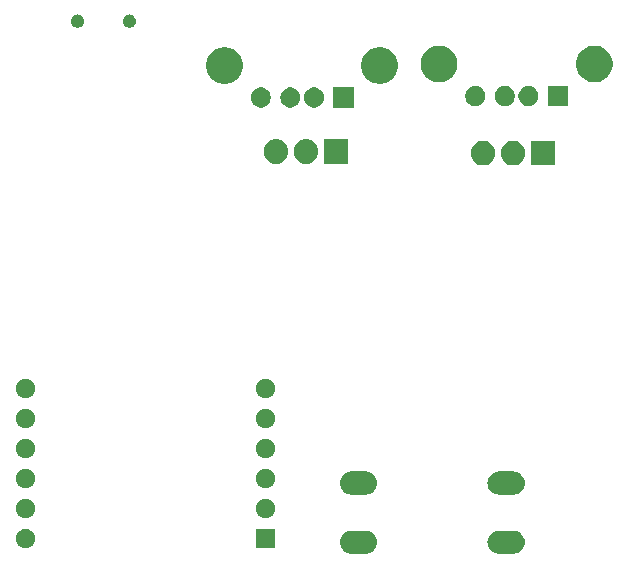
<source format=gbr>
%TF.GenerationSoftware,KiCad,Pcbnew,5.0.2-bee76a0~70~ubuntu18.04.1*%
%TF.CreationDate,2019-09-05T21:10:32+01:00*%
%TF.ProjectId,waterpump_alt,77617465-7270-4756-9d70-5f616c742e6b,rev?*%
%TF.SameCoordinates,Original*%
%TF.FileFunction,Soldermask,Bot*%
%TF.FilePolarity,Negative*%
%FSLAX46Y46*%
G04 Gerber Fmt 4.6, Leading zero omitted, Abs format (unit mm)*
G04 Created by KiCad (PCBNEW 5.0.2-bee76a0~70~ubuntu18.04.1) date Thu 05 Sep 2019 21:10:32 BST*
%MOMM*%
%LPD*%
G01*
G04 APERTURE LIST*
%ADD10C,0.150000*%
G04 APERTURE END LIST*
D10*
G36*
X164293329Y-128371122D02*
X164385318Y-128399027D01*
X164477307Y-128426931D01*
X164567935Y-128475373D01*
X164646860Y-128517559D01*
X164795475Y-128639525D01*
X164917441Y-128788140D01*
X164959627Y-128867065D01*
X165008069Y-128957693D01*
X165063878Y-129141672D01*
X165082722Y-129333000D01*
X165063878Y-129524328D01*
X165008069Y-129708307D01*
X164959627Y-129798935D01*
X164917441Y-129877860D01*
X164795475Y-130026475D01*
X164646860Y-130148441D01*
X164567935Y-130190627D01*
X164477307Y-130239069D01*
X164385318Y-130266973D01*
X164293329Y-130294878D01*
X164221636Y-130301939D01*
X164149945Y-130309000D01*
X162856055Y-130309000D01*
X162784364Y-130301939D01*
X162712671Y-130294878D01*
X162620683Y-130266974D01*
X162528693Y-130239069D01*
X162438065Y-130190627D01*
X162359140Y-130148441D01*
X162210525Y-130026475D01*
X162088559Y-129877860D01*
X162046373Y-129798935D01*
X161997931Y-129708307D01*
X161942122Y-129524328D01*
X161923278Y-129333000D01*
X161942122Y-129141672D01*
X161997931Y-128957693D01*
X162046373Y-128867065D01*
X162088559Y-128788140D01*
X162210525Y-128639525D01*
X162359140Y-128517559D01*
X162438065Y-128475373D01*
X162528693Y-128426931D01*
X162620682Y-128399027D01*
X162712671Y-128371122D01*
X162856055Y-128357000D01*
X164149945Y-128357000D01*
X164293329Y-128371122D01*
X164293329Y-128371122D01*
G37*
G36*
X151793329Y-128371122D02*
X151885318Y-128399027D01*
X151977307Y-128426931D01*
X152067935Y-128475373D01*
X152146860Y-128517559D01*
X152295475Y-128639525D01*
X152417441Y-128788140D01*
X152459627Y-128867065D01*
X152508069Y-128957693D01*
X152563878Y-129141672D01*
X152582722Y-129333000D01*
X152563878Y-129524328D01*
X152508069Y-129708307D01*
X152459627Y-129798935D01*
X152417441Y-129877860D01*
X152295475Y-130026475D01*
X152146860Y-130148441D01*
X152067935Y-130190627D01*
X151977307Y-130239069D01*
X151885318Y-130266973D01*
X151793329Y-130294878D01*
X151721636Y-130301939D01*
X151649945Y-130309000D01*
X150356055Y-130309000D01*
X150284364Y-130301939D01*
X150212671Y-130294878D01*
X150120683Y-130266974D01*
X150028693Y-130239069D01*
X149938065Y-130190627D01*
X149859140Y-130148441D01*
X149710525Y-130026475D01*
X149588559Y-129877860D01*
X149546373Y-129798935D01*
X149497931Y-129708307D01*
X149442122Y-129524328D01*
X149423278Y-129333000D01*
X149442122Y-129141672D01*
X149497931Y-128957693D01*
X149546373Y-128867065D01*
X149588559Y-128788140D01*
X149710525Y-128639525D01*
X149859140Y-128517559D01*
X149938065Y-128475373D01*
X150028693Y-128426931D01*
X150120682Y-128399027D01*
X150212671Y-128371122D01*
X150356055Y-128357000D01*
X151649945Y-128357000D01*
X151793329Y-128371122D01*
X151793329Y-128371122D01*
G37*
G36*
X143942000Y-129845000D02*
X142316000Y-129845000D01*
X142316000Y-128219000D01*
X143942000Y-128219000D01*
X143942000Y-129845000D01*
X143942000Y-129845000D01*
G37*
G36*
X123046142Y-128250242D02*
X123194102Y-128311530D01*
X123261130Y-128356317D01*
X123327257Y-128400501D01*
X123440499Y-128513743D01*
X123443049Y-128517560D01*
X123529470Y-128646898D01*
X123590758Y-128794858D01*
X123622000Y-128951925D01*
X123622000Y-129112075D01*
X123590758Y-129269142D01*
X123529470Y-129417102D01*
X123440498Y-129550258D01*
X123327258Y-129663498D01*
X123194102Y-129752470D01*
X123046142Y-129813758D01*
X122889075Y-129845000D01*
X122728925Y-129845000D01*
X122571858Y-129813758D01*
X122423898Y-129752470D01*
X122290742Y-129663498D01*
X122177502Y-129550258D01*
X122088530Y-129417102D01*
X122027242Y-129269142D01*
X121996000Y-129112075D01*
X121996000Y-128951925D01*
X122027242Y-128794858D01*
X122088530Y-128646898D01*
X122174951Y-128517560D01*
X122177501Y-128513743D01*
X122290743Y-128400501D01*
X122356870Y-128356317D01*
X122423898Y-128311530D01*
X122571858Y-128250242D01*
X122728925Y-128219000D01*
X122889075Y-128219000D01*
X123046142Y-128250242D01*
X123046142Y-128250242D01*
G37*
G36*
X123046142Y-125710242D02*
X123194102Y-125771530D01*
X123327258Y-125860502D01*
X123440498Y-125973742D01*
X123529470Y-126106898D01*
X123590758Y-126254858D01*
X123622000Y-126411925D01*
X123622000Y-126572075D01*
X123590758Y-126729142D01*
X123529470Y-126877102D01*
X123440498Y-127010258D01*
X123327258Y-127123498D01*
X123194102Y-127212470D01*
X123046142Y-127273758D01*
X122889075Y-127305000D01*
X122728925Y-127305000D01*
X122571858Y-127273758D01*
X122423898Y-127212470D01*
X122290742Y-127123498D01*
X122177502Y-127010258D01*
X122088530Y-126877102D01*
X122027242Y-126729142D01*
X121996000Y-126572075D01*
X121996000Y-126411925D01*
X122027242Y-126254858D01*
X122088530Y-126106898D01*
X122177502Y-125973742D01*
X122290742Y-125860502D01*
X122423898Y-125771530D01*
X122571858Y-125710242D01*
X122728925Y-125679000D01*
X122889075Y-125679000D01*
X123046142Y-125710242D01*
X123046142Y-125710242D01*
G37*
G36*
X143366142Y-125710242D02*
X143514102Y-125771530D01*
X143647258Y-125860502D01*
X143760498Y-125973742D01*
X143849470Y-126106898D01*
X143910758Y-126254858D01*
X143942000Y-126411925D01*
X143942000Y-126572075D01*
X143910758Y-126729142D01*
X143849470Y-126877102D01*
X143760498Y-127010258D01*
X143647258Y-127123498D01*
X143514102Y-127212470D01*
X143366142Y-127273758D01*
X143209075Y-127305000D01*
X143048925Y-127305000D01*
X142891858Y-127273758D01*
X142743898Y-127212470D01*
X142610742Y-127123498D01*
X142497502Y-127010258D01*
X142408530Y-126877102D01*
X142347242Y-126729142D01*
X142316000Y-126572075D01*
X142316000Y-126411925D01*
X142347242Y-126254858D01*
X142408530Y-126106898D01*
X142497502Y-125973742D01*
X142610742Y-125860502D01*
X142743898Y-125771530D01*
X142891858Y-125710242D01*
X143048925Y-125679000D01*
X143209075Y-125679000D01*
X143366142Y-125710242D01*
X143366142Y-125710242D01*
G37*
G36*
X164293329Y-123371122D02*
X164385318Y-123399027D01*
X164477307Y-123426931D01*
X164567935Y-123475373D01*
X164646860Y-123517559D01*
X164646862Y-123517560D01*
X164646861Y-123517560D01*
X164795475Y-123639525D01*
X164917440Y-123788139D01*
X165008069Y-123957693D01*
X165008069Y-123957694D01*
X165063878Y-124141671D01*
X165082722Y-124333000D01*
X165069204Y-124470257D01*
X165063878Y-124524328D01*
X165008069Y-124708307D01*
X164994465Y-124733758D01*
X164917441Y-124877860D01*
X164795475Y-125026475D01*
X164646860Y-125148441D01*
X164567935Y-125190627D01*
X164477307Y-125239069D01*
X164385318Y-125266973D01*
X164293329Y-125294878D01*
X164221636Y-125301939D01*
X164149945Y-125309000D01*
X162856055Y-125309000D01*
X162784364Y-125301939D01*
X162712671Y-125294878D01*
X162620682Y-125266973D01*
X162528693Y-125239069D01*
X162438065Y-125190627D01*
X162359140Y-125148441D01*
X162210525Y-125026475D01*
X162088559Y-124877860D01*
X162011535Y-124733758D01*
X161997931Y-124708307D01*
X161942122Y-124524328D01*
X161936797Y-124470257D01*
X161923278Y-124333000D01*
X161942122Y-124141671D01*
X161997931Y-123957694D01*
X161997931Y-123957693D01*
X162088560Y-123788139D01*
X162210525Y-123639525D01*
X162359139Y-123517560D01*
X162359138Y-123517560D01*
X162359140Y-123517559D01*
X162438065Y-123475373D01*
X162528693Y-123426931D01*
X162620682Y-123399027D01*
X162712671Y-123371122D01*
X162856055Y-123357000D01*
X164149945Y-123357000D01*
X164293329Y-123371122D01*
X164293329Y-123371122D01*
G37*
G36*
X151793329Y-123371122D02*
X151885318Y-123399027D01*
X151977307Y-123426931D01*
X152067935Y-123475373D01*
X152146860Y-123517559D01*
X152146862Y-123517560D01*
X152146861Y-123517560D01*
X152295475Y-123639525D01*
X152417440Y-123788139D01*
X152508069Y-123957693D01*
X152508069Y-123957694D01*
X152563878Y-124141671D01*
X152582722Y-124333000D01*
X152569204Y-124470257D01*
X152563878Y-124524328D01*
X152508069Y-124708307D01*
X152494465Y-124733758D01*
X152417441Y-124877860D01*
X152295475Y-125026475D01*
X152146860Y-125148441D01*
X152067935Y-125190627D01*
X151977307Y-125239069D01*
X151885318Y-125266973D01*
X151793329Y-125294878D01*
X151721636Y-125301939D01*
X151649945Y-125309000D01*
X150356055Y-125309000D01*
X150284364Y-125301939D01*
X150212671Y-125294878D01*
X150120682Y-125266973D01*
X150028693Y-125239069D01*
X149938065Y-125190627D01*
X149859140Y-125148441D01*
X149710525Y-125026475D01*
X149588559Y-124877860D01*
X149511535Y-124733758D01*
X149497931Y-124708307D01*
X149442122Y-124524328D01*
X149436797Y-124470257D01*
X149423278Y-124333000D01*
X149442122Y-124141671D01*
X149497931Y-123957694D01*
X149497931Y-123957693D01*
X149588560Y-123788139D01*
X149710525Y-123639525D01*
X149859139Y-123517560D01*
X149859138Y-123517560D01*
X149859140Y-123517559D01*
X149938065Y-123475373D01*
X150028693Y-123426931D01*
X150120682Y-123399027D01*
X150212671Y-123371122D01*
X150356055Y-123357000D01*
X151649945Y-123357000D01*
X151793329Y-123371122D01*
X151793329Y-123371122D01*
G37*
G36*
X143366142Y-123170242D02*
X143514102Y-123231530D01*
X143647258Y-123320502D01*
X143760498Y-123433742D01*
X143849470Y-123566898D01*
X143910758Y-123714858D01*
X143942000Y-123871925D01*
X143942000Y-124032075D01*
X143910758Y-124189142D01*
X143849470Y-124337102D01*
X143760498Y-124470258D01*
X143647258Y-124583498D01*
X143514102Y-124672470D01*
X143366142Y-124733758D01*
X143209075Y-124765000D01*
X143048925Y-124765000D01*
X142891858Y-124733758D01*
X142743898Y-124672470D01*
X142610742Y-124583498D01*
X142497502Y-124470258D01*
X142408530Y-124337102D01*
X142347242Y-124189142D01*
X142316000Y-124032075D01*
X142316000Y-123871925D01*
X142347242Y-123714858D01*
X142408530Y-123566898D01*
X142497502Y-123433742D01*
X142610742Y-123320502D01*
X142743898Y-123231530D01*
X142891858Y-123170242D01*
X143048925Y-123139000D01*
X143209075Y-123139000D01*
X143366142Y-123170242D01*
X143366142Y-123170242D01*
G37*
G36*
X123046142Y-123170242D02*
X123194102Y-123231530D01*
X123327258Y-123320502D01*
X123440498Y-123433742D01*
X123529470Y-123566898D01*
X123590758Y-123714858D01*
X123622000Y-123871925D01*
X123622000Y-124032075D01*
X123590758Y-124189142D01*
X123529470Y-124337102D01*
X123440498Y-124470258D01*
X123327258Y-124583498D01*
X123194102Y-124672470D01*
X123046142Y-124733758D01*
X122889075Y-124765000D01*
X122728925Y-124765000D01*
X122571858Y-124733758D01*
X122423898Y-124672470D01*
X122290742Y-124583498D01*
X122177502Y-124470258D01*
X122088530Y-124337102D01*
X122027242Y-124189142D01*
X121996000Y-124032075D01*
X121996000Y-123871925D01*
X122027242Y-123714858D01*
X122088530Y-123566898D01*
X122177502Y-123433742D01*
X122290742Y-123320502D01*
X122423898Y-123231530D01*
X122571858Y-123170242D01*
X122728925Y-123139000D01*
X122889075Y-123139000D01*
X123046142Y-123170242D01*
X123046142Y-123170242D01*
G37*
G36*
X123046142Y-120630242D02*
X123194102Y-120691530D01*
X123327258Y-120780502D01*
X123440498Y-120893742D01*
X123529470Y-121026898D01*
X123590758Y-121174858D01*
X123622000Y-121331925D01*
X123622000Y-121492075D01*
X123590758Y-121649142D01*
X123529470Y-121797102D01*
X123440498Y-121930258D01*
X123327258Y-122043498D01*
X123194102Y-122132470D01*
X123046142Y-122193758D01*
X122889075Y-122225000D01*
X122728925Y-122225000D01*
X122571858Y-122193758D01*
X122423898Y-122132470D01*
X122290742Y-122043498D01*
X122177502Y-121930258D01*
X122088530Y-121797102D01*
X122027242Y-121649142D01*
X121996000Y-121492075D01*
X121996000Y-121331925D01*
X122027242Y-121174858D01*
X122088530Y-121026898D01*
X122177502Y-120893742D01*
X122290742Y-120780502D01*
X122423898Y-120691530D01*
X122571858Y-120630242D01*
X122728925Y-120599000D01*
X122889075Y-120599000D01*
X123046142Y-120630242D01*
X123046142Y-120630242D01*
G37*
G36*
X143366142Y-120630242D02*
X143514102Y-120691530D01*
X143647258Y-120780502D01*
X143760498Y-120893742D01*
X143849470Y-121026898D01*
X143910758Y-121174858D01*
X143942000Y-121331925D01*
X143942000Y-121492075D01*
X143910758Y-121649142D01*
X143849470Y-121797102D01*
X143760498Y-121930258D01*
X143647258Y-122043498D01*
X143514102Y-122132470D01*
X143366142Y-122193758D01*
X143209075Y-122225000D01*
X143048925Y-122225000D01*
X142891858Y-122193758D01*
X142743898Y-122132470D01*
X142610742Y-122043498D01*
X142497502Y-121930258D01*
X142408530Y-121797102D01*
X142347242Y-121649142D01*
X142316000Y-121492075D01*
X142316000Y-121331925D01*
X142347242Y-121174858D01*
X142408530Y-121026898D01*
X142497502Y-120893742D01*
X142610742Y-120780502D01*
X142743898Y-120691530D01*
X142891858Y-120630242D01*
X143048925Y-120599000D01*
X143209075Y-120599000D01*
X143366142Y-120630242D01*
X143366142Y-120630242D01*
G37*
G36*
X143366142Y-118090242D02*
X143514102Y-118151530D01*
X143647258Y-118240502D01*
X143760498Y-118353742D01*
X143849470Y-118486898D01*
X143910758Y-118634858D01*
X143942000Y-118791925D01*
X143942000Y-118952075D01*
X143910758Y-119109142D01*
X143849470Y-119257102D01*
X143760498Y-119390258D01*
X143647258Y-119503498D01*
X143514102Y-119592470D01*
X143366142Y-119653758D01*
X143209075Y-119685000D01*
X143048925Y-119685000D01*
X142891858Y-119653758D01*
X142743898Y-119592470D01*
X142610742Y-119503498D01*
X142497502Y-119390258D01*
X142408530Y-119257102D01*
X142347242Y-119109142D01*
X142316000Y-118952075D01*
X142316000Y-118791925D01*
X142347242Y-118634858D01*
X142408530Y-118486898D01*
X142497502Y-118353742D01*
X142610742Y-118240502D01*
X142743898Y-118151530D01*
X142891858Y-118090242D01*
X143048925Y-118059000D01*
X143209075Y-118059000D01*
X143366142Y-118090242D01*
X143366142Y-118090242D01*
G37*
G36*
X123046142Y-118090242D02*
X123194102Y-118151530D01*
X123327258Y-118240502D01*
X123440498Y-118353742D01*
X123529470Y-118486898D01*
X123590758Y-118634858D01*
X123622000Y-118791925D01*
X123622000Y-118952075D01*
X123590758Y-119109142D01*
X123529470Y-119257102D01*
X123440498Y-119390258D01*
X123327258Y-119503498D01*
X123194102Y-119592470D01*
X123046142Y-119653758D01*
X122889075Y-119685000D01*
X122728925Y-119685000D01*
X122571858Y-119653758D01*
X122423898Y-119592470D01*
X122290742Y-119503498D01*
X122177502Y-119390258D01*
X122088530Y-119257102D01*
X122027242Y-119109142D01*
X121996000Y-118952075D01*
X121996000Y-118791925D01*
X122027242Y-118634858D01*
X122088530Y-118486898D01*
X122177502Y-118353742D01*
X122290742Y-118240502D01*
X122423898Y-118151530D01*
X122571858Y-118090242D01*
X122728925Y-118059000D01*
X122889075Y-118059000D01*
X123046142Y-118090242D01*
X123046142Y-118090242D01*
G37*
G36*
X123046142Y-115550242D02*
X123194102Y-115611530D01*
X123327258Y-115700502D01*
X123440498Y-115813742D01*
X123529470Y-115946898D01*
X123590758Y-116094858D01*
X123622000Y-116251925D01*
X123622000Y-116412075D01*
X123590758Y-116569142D01*
X123529470Y-116717102D01*
X123440498Y-116850258D01*
X123327258Y-116963498D01*
X123194102Y-117052470D01*
X123046142Y-117113758D01*
X122889075Y-117145000D01*
X122728925Y-117145000D01*
X122571858Y-117113758D01*
X122423898Y-117052470D01*
X122290742Y-116963498D01*
X122177502Y-116850258D01*
X122088530Y-116717102D01*
X122027242Y-116569142D01*
X121996000Y-116412075D01*
X121996000Y-116251925D01*
X122027242Y-116094858D01*
X122088530Y-115946898D01*
X122177502Y-115813742D01*
X122290742Y-115700502D01*
X122423898Y-115611530D01*
X122571858Y-115550242D01*
X122728925Y-115519000D01*
X122889075Y-115519000D01*
X123046142Y-115550242D01*
X123046142Y-115550242D01*
G37*
G36*
X143366142Y-115550242D02*
X143514102Y-115611530D01*
X143647258Y-115700502D01*
X143760498Y-115813742D01*
X143849470Y-115946898D01*
X143910758Y-116094858D01*
X143942000Y-116251925D01*
X143942000Y-116412075D01*
X143910758Y-116569142D01*
X143849470Y-116717102D01*
X143760498Y-116850258D01*
X143647258Y-116963498D01*
X143514102Y-117052470D01*
X143366142Y-117113758D01*
X143209075Y-117145000D01*
X143048925Y-117145000D01*
X142891858Y-117113758D01*
X142743898Y-117052470D01*
X142610742Y-116963498D01*
X142497502Y-116850258D01*
X142408530Y-116717102D01*
X142347242Y-116569142D01*
X142316000Y-116412075D01*
X142316000Y-116251925D01*
X142347242Y-116094858D01*
X142408530Y-115946898D01*
X142497502Y-115813742D01*
X142610742Y-115700502D01*
X142743898Y-115611530D01*
X142891858Y-115550242D01*
X143048925Y-115519000D01*
X143209075Y-115519000D01*
X143366142Y-115550242D01*
X143366142Y-115550242D01*
G37*
G36*
X161740720Y-95356520D02*
X161929881Y-95413901D01*
X162104212Y-95507083D01*
X162257015Y-95632485D01*
X162382417Y-95785288D01*
X162475599Y-95959620D01*
X162532980Y-96148781D01*
X162547500Y-96296207D01*
X162547500Y-96489794D01*
X162532980Y-96637220D01*
X162475599Y-96826381D01*
X162382417Y-97000712D01*
X162257015Y-97153515D01*
X162104212Y-97278917D01*
X161929880Y-97372099D01*
X161740719Y-97429480D01*
X161544000Y-97448855D01*
X161347280Y-97429480D01*
X161158119Y-97372099D01*
X160983788Y-97278917D01*
X160830985Y-97153515D01*
X160705583Y-97000712D01*
X160612401Y-96826380D01*
X160555020Y-96637219D01*
X160542512Y-96510219D01*
X160540500Y-96489795D01*
X160540500Y-96296204D01*
X160553008Y-96169206D01*
X160555020Y-96148780D01*
X160612401Y-95959619D01*
X160705583Y-95785288D01*
X160830985Y-95632485D01*
X160983788Y-95507083D01*
X161158120Y-95413901D01*
X161347281Y-95356520D01*
X161544000Y-95337145D01*
X161740720Y-95356520D01*
X161740720Y-95356520D01*
G37*
G36*
X164280720Y-95356520D02*
X164469881Y-95413901D01*
X164644212Y-95507083D01*
X164797015Y-95632485D01*
X164922417Y-95785288D01*
X165015599Y-95959620D01*
X165072980Y-96148781D01*
X165087500Y-96296207D01*
X165087500Y-96489794D01*
X165072980Y-96637220D01*
X165015599Y-96826381D01*
X164922417Y-97000712D01*
X164797015Y-97153515D01*
X164644212Y-97278917D01*
X164469880Y-97372099D01*
X164280719Y-97429480D01*
X164084000Y-97448855D01*
X163887280Y-97429480D01*
X163698119Y-97372099D01*
X163523788Y-97278917D01*
X163370985Y-97153515D01*
X163245583Y-97000712D01*
X163152401Y-96826380D01*
X163095020Y-96637219D01*
X163082512Y-96510219D01*
X163080500Y-96489795D01*
X163080500Y-96296204D01*
X163093008Y-96169206D01*
X163095020Y-96148780D01*
X163152401Y-95959619D01*
X163245583Y-95785288D01*
X163370985Y-95632485D01*
X163523788Y-95507083D01*
X163698120Y-95413901D01*
X163887281Y-95356520D01*
X164084000Y-95337145D01*
X164280720Y-95356520D01*
X164280720Y-95356520D01*
G37*
G36*
X167627500Y-97444000D02*
X165620500Y-97444000D01*
X165620500Y-95342000D01*
X167627500Y-95342000D01*
X167627500Y-97444000D01*
X167627500Y-97444000D01*
G37*
G36*
X146754720Y-95229520D02*
X146943881Y-95286901D01*
X147118212Y-95380083D01*
X147271015Y-95505485D01*
X147396417Y-95658288D01*
X147489599Y-95832620D01*
X147546980Y-96021781D01*
X147546980Y-96021784D01*
X147559489Y-96148783D01*
X147561500Y-96169207D01*
X147561500Y-96362794D01*
X147546980Y-96510220D01*
X147489599Y-96699381D01*
X147396417Y-96873712D01*
X147271015Y-97026515D01*
X147118212Y-97151917D01*
X146943880Y-97245099D01*
X146754719Y-97302480D01*
X146558000Y-97321855D01*
X146361280Y-97302480D01*
X146172119Y-97245099D01*
X145997788Y-97151917D01*
X145844985Y-97026515D01*
X145719583Y-96873712D01*
X145626401Y-96699380D01*
X145569020Y-96510219D01*
X145554500Y-96362793D01*
X145554500Y-96169206D01*
X145569020Y-96021780D01*
X145626401Y-95832619D01*
X145719583Y-95658288D01*
X145844985Y-95505485D01*
X145997788Y-95380083D01*
X146172120Y-95286901D01*
X146361281Y-95229520D01*
X146558000Y-95210145D01*
X146754720Y-95229520D01*
X146754720Y-95229520D01*
G37*
G36*
X144214720Y-95229520D02*
X144403881Y-95286901D01*
X144578212Y-95380083D01*
X144731015Y-95505485D01*
X144856417Y-95658288D01*
X144949599Y-95832620D01*
X145006980Y-96021781D01*
X145006980Y-96021784D01*
X145019489Y-96148783D01*
X145021500Y-96169207D01*
X145021500Y-96362794D01*
X145006980Y-96510220D01*
X144949599Y-96699381D01*
X144856417Y-96873712D01*
X144731015Y-97026515D01*
X144578212Y-97151917D01*
X144403880Y-97245099D01*
X144214719Y-97302480D01*
X144018000Y-97321855D01*
X143821280Y-97302480D01*
X143632119Y-97245099D01*
X143457788Y-97151917D01*
X143304985Y-97026515D01*
X143179583Y-96873712D01*
X143086401Y-96699380D01*
X143029020Y-96510219D01*
X143014500Y-96362793D01*
X143014500Y-96169206D01*
X143029020Y-96021780D01*
X143086401Y-95832619D01*
X143179583Y-95658288D01*
X143304985Y-95505485D01*
X143457788Y-95380083D01*
X143632120Y-95286901D01*
X143821281Y-95229520D01*
X144018000Y-95210145D01*
X144214720Y-95229520D01*
X144214720Y-95229520D01*
G37*
G36*
X150101500Y-97317000D02*
X148094500Y-97317000D01*
X148094500Y-95215000D01*
X150101500Y-95215000D01*
X150101500Y-97317000D01*
X150101500Y-97317000D01*
G37*
G36*
X150584000Y-92545000D02*
X148882000Y-92545000D01*
X148882000Y-90843000D01*
X150584000Y-90843000D01*
X150584000Y-92545000D01*
X150584000Y-92545000D01*
G37*
G36*
X147481228Y-90875703D02*
X147636100Y-90939853D01*
X147775481Y-91032985D01*
X147894015Y-91151519D01*
X147987147Y-91290900D01*
X148051297Y-91445772D01*
X148084000Y-91610184D01*
X148084000Y-91777816D01*
X148051297Y-91942228D01*
X147987147Y-92097100D01*
X147894015Y-92236481D01*
X147775481Y-92355015D01*
X147636100Y-92448147D01*
X147481228Y-92512297D01*
X147316816Y-92545000D01*
X147149184Y-92545000D01*
X146984772Y-92512297D01*
X146829900Y-92448147D01*
X146690519Y-92355015D01*
X146571985Y-92236481D01*
X146478853Y-92097100D01*
X146414703Y-91942228D01*
X146382000Y-91777816D01*
X146382000Y-91610184D01*
X146414703Y-91445772D01*
X146478853Y-91290900D01*
X146571985Y-91151519D01*
X146690519Y-91032985D01*
X146829900Y-90939853D01*
X146984772Y-90875703D01*
X147149184Y-90843000D01*
X147316816Y-90843000D01*
X147481228Y-90875703D01*
X147481228Y-90875703D01*
G37*
G36*
X145481228Y-90875703D02*
X145636100Y-90939853D01*
X145775481Y-91032985D01*
X145894015Y-91151519D01*
X145987147Y-91290900D01*
X146051297Y-91445772D01*
X146084000Y-91610184D01*
X146084000Y-91777816D01*
X146051297Y-91942228D01*
X145987147Y-92097100D01*
X145894015Y-92236481D01*
X145775481Y-92355015D01*
X145636100Y-92448147D01*
X145481228Y-92512297D01*
X145316816Y-92545000D01*
X145149184Y-92545000D01*
X144984772Y-92512297D01*
X144829900Y-92448147D01*
X144690519Y-92355015D01*
X144571985Y-92236481D01*
X144478853Y-92097100D01*
X144414703Y-91942228D01*
X144382000Y-91777816D01*
X144382000Y-91610184D01*
X144414703Y-91445772D01*
X144478853Y-91290900D01*
X144571985Y-91151519D01*
X144690519Y-91032985D01*
X144829900Y-90939853D01*
X144984772Y-90875703D01*
X145149184Y-90843000D01*
X145316816Y-90843000D01*
X145481228Y-90875703D01*
X145481228Y-90875703D01*
G37*
G36*
X142981228Y-90875703D02*
X143136100Y-90939853D01*
X143275481Y-91032985D01*
X143394015Y-91151519D01*
X143487147Y-91290900D01*
X143551297Y-91445772D01*
X143584000Y-91610184D01*
X143584000Y-91777816D01*
X143551297Y-91942228D01*
X143487147Y-92097100D01*
X143394015Y-92236481D01*
X143275481Y-92355015D01*
X143136100Y-92448147D01*
X142981228Y-92512297D01*
X142816816Y-92545000D01*
X142649184Y-92545000D01*
X142484772Y-92512297D01*
X142329900Y-92448147D01*
X142190519Y-92355015D01*
X142071985Y-92236481D01*
X141978853Y-92097100D01*
X141914703Y-91942228D01*
X141882000Y-91777816D01*
X141882000Y-91610184D01*
X141914703Y-91445772D01*
X141978853Y-91290900D01*
X142071985Y-91151519D01*
X142190519Y-91032985D01*
X142329900Y-90939853D01*
X142484772Y-90875703D01*
X142649184Y-90843000D01*
X142816816Y-90843000D01*
X142981228Y-90875703D01*
X142981228Y-90875703D01*
G37*
G36*
X168745000Y-92418000D02*
X167043000Y-92418000D01*
X167043000Y-90716000D01*
X168745000Y-90716000D01*
X168745000Y-92418000D01*
X168745000Y-92418000D01*
G37*
G36*
X163642228Y-90748703D02*
X163797100Y-90812853D01*
X163936481Y-90905985D01*
X164055015Y-91024519D01*
X164148147Y-91163900D01*
X164212297Y-91318772D01*
X164245000Y-91483184D01*
X164245000Y-91650816D01*
X164212297Y-91815228D01*
X164148147Y-91970100D01*
X164055015Y-92109481D01*
X163936481Y-92228015D01*
X163797100Y-92321147D01*
X163642228Y-92385297D01*
X163477816Y-92418000D01*
X163310184Y-92418000D01*
X163145772Y-92385297D01*
X162990900Y-92321147D01*
X162851519Y-92228015D01*
X162732985Y-92109481D01*
X162639853Y-91970100D01*
X162575703Y-91815228D01*
X162543000Y-91650816D01*
X162543000Y-91483184D01*
X162575703Y-91318772D01*
X162639853Y-91163900D01*
X162732985Y-91024519D01*
X162851519Y-90905985D01*
X162990900Y-90812853D01*
X163145772Y-90748703D01*
X163310184Y-90716000D01*
X163477816Y-90716000D01*
X163642228Y-90748703D01*
X163642228Y-90748703D01*
G37*
G36*
X165642228Y-90748703D02*
X165797100Y-90812853D01*
X165936481Y-90905985D01*
X166055015Y-91024519D01*
X166148147Y-91163900D01*
X166212297Y-91318772D01*
X166245000Y-91483184D01*
X166245000Y-91650816D01*
X166212297Y-91815228D01*
X166148147Y-91970100D01*
X166055015Y-92109481D01*
X165936481Y-92228015D01*
X165797100Y-92321147D01*
X165642228Y-92385297D01*
X165477816Y-92418000D01*
X165310184Y-92418000D01*
X165145772Y-92385297D01*
X164990900Y-92321147D01*
X164851519Y-92228015D01*
X164732985Y-92109481D01*
X164639853Y-91970100D01*
X164575703Y-91815228D01*
X164543000Y-91650816D01*
X164543000Y-91483184D01*
X164575703Y-91318772D01*
X164639853Y-91163900D01*
X164732985Y-91024519D01*
X164851519Y-90905985D01*
X164990900Y-90812853D01*
X165145772Y-90748703D01*
X165310184Y-90716000D01*
X165477816Y-90716000D01*
X165642228Y-90748703D01*
X165642228Y-90748703D01*
G37*
G36*
X161142228Y-90748703D02*
X161297100Y-90812853D01*
X161436481Y-90905985D01*
X161555015Y-91024519D01*
X161648147Y-91163900D01*
X161712297Y-91318772D01*
X161745000Y-91483184D01*
X161745000Y-91650816D01*
X161712297Y-91815228D01*
X161648147Y-91970100D01*
X161555015Y-92109481D01*
X161436481Y-92228015D01*
X161297100Y-92321147D01*
X161142228Y-92385297D01*
X160977816Y-92418000D01*
X160810184Y-92418000D01*
X160645772Y-92385297D01*
X160490900Y-92321147D01*
X160351519Y-92228015D01*
X160232985Y-92109481D01*
X160139853Y-91970100D01*
X160075703Y-91815228D01*
X160043000Y-91650816D01*
X160043000Y-91483184D01*
X160075703Y-91318772D01*
X160139853Y-91163900D01*
X160232985Y-91024519D01*
X160351519Y-90905985D01*
X160490900Y-90812853D01*
X160645772Y-90748703D01*
X160810184Y-90716000D01*
X160977816Y-90716000D01*
X161142228Y-90748703D01*
X161142228Y-90748703D01*
G37*
G36*
X140015527Y-87472736D02*
X140115410Y-87492604D01*
X140397674Y-87609521D01*
X140651705Y-87779259D01*
X140867741Y-87995295D01*
X141037479Y-88249326D01*
X141154396Y-88531590D01*
X141214000Y-88831240D01*
X141214000Y-89136760D01*
X141154396Y-89436410D01*
X141037479Y-89718674D01*
X140867741Y-89972705D01*
X140651705Y-90188741D01*
X140397674Y-90358479D01*
X140115410Y-90475396D01*
X140015527Y-90495264D01*
X139815762Y-90535000D01*
X139510238Y-90535000D01*
X139310473Y-90495264D01*
X139210590Y-90475396D01*
X138928326Y-90358479D01*
X138674295Y-90188741D01*
X138458259Y-89972705D01*
X138288521Y-89718674D01*
X138171604Y-89436410D01*
X138112000Y-89136760D01*
X138112000Y-88831240D01*
X138171604Y-88531590D01*
X138288521Y-88249326D01*
X138458259Y-87995295D01*
X138674295Y-87779259D01*
X138928326Y-87609521D01*
X139210590Y-87492604D01*
X139310473Y-87472736D01*
X139510238Y-87433000D01*
X139815762Y-87433000D01*
X140015527Y-87472736D01*
X140015527Y-87472736D01*
G37*
G36*
X153155527Y-87472736D02*
X153255410Y-87492604D01*
X153537674Y-87609521D01*
X153791705Y-87779259D01*
X154007741Y-87995295D01*
X154177479Y-88249326D01*
X154294396Y-88531590D01*
X154354000Y-88831240D01*
X154354000Y-89136760D01*
X154294396Y-89436410D01*
X154177479Y-89718674D01*
X154007741Y-89972705D01*
X153791705Y-90188741D01*
X153537674Y-90358479D01*
X153255410Y-90475396D01*
X153155527Y-90495264D01*
X152955762Y-90535000D01*
X152650238Y-90535000D01*
X152450473Y-90495264D01*
X152350590Y-90475396D01*
X152068326Y-90358479D01*
X151814295Y-90188741D01*
X151598259Y-89972705D01*
X151428521Y-89718674D01*
X151311604Y-89436410D01*
X151252000Y-89136760D01*
X151252000Y-88831240D01*
X151311604Y-88531590D01*
X151428521Y-88249326D01*
X151598259Y-87995295D01*
X151814295Y-87779259D01*
X152068326Y-87609521D01*
X152350590Y-87492604D01*
X152450473Y-87472736D01*
X152650238Y-87433000D01*
X152955762Y-87433000D01*
X153155527Y-87472736D01*
X153155527Y-87472736D01*
G37*
G36*
X158176527Y-87345736D02*
X158276410Y-87365604D01*
X158558674Y-87482521D01*
X158812705Y-87652259D01*
X159028741Y-87868295D01*
X159198479Y-88122326D01*
X159315396Y-88404590D01*
X159375000Y-88704240D01*
X159375000Y-89009760D01*
X159315396Y-89309410D01*
X159198479Y-89591674D01*
X159028741Y-89845705D01*
X158812705Y-90061741D01*
X158558674Y-90231479D01*
X158276410Y-90348396D01*
X158225719Y-90358479D01*
X157976762Y-90408000D01*
X157671238Y-90408000D01*
X157422281Y-90358479D01*
X157371590Y-90348396D01*
X157089326Y-90231479D01*
X156835295Y-90061741D01*
X156619259Y-89845705D01*
X156449521Y-89591674D01*
X156332604Y-89309410D01*
X156273000Y-89009760D01*
X156273000Y-88704240D01*
X156332604Y-88404590D01*
X156449521Y-88122326D01*
X156619259Y-87868295D01*
X156835295Y-87652259D01*
X157089326Y-87482521D01*
X157371590Y-87365604D01*
X157471473Y-87345736D01*
X157671238Y-87306000D01*
X157976762Y-87306000D01*
X158176527Y-87345736D01*
X158176527Y-87345736D01*
G37*
G36*
X171316527Y-87345736D02*
X171416410Y-87365604D01*
X171698674Y-87482521D01*
X171952705Y-87652259D01*
X172168741Y-87868295D01*
X172338479Y-88122326D01*
X172455396Y-88404590D01*
X172515000Y-88704240D01*
X172515000Y-89009760D01*
X172455396Y-89309410D01*
X172338479Y-89591674D01*
X172168741Y-89845705D01*
X171952705Y-90061741D01*
X171698674Y-90231479D01*
X171416410Y-90348396D01*
X171365719Y-90358479D01*
X171116762Y-90408000D01*
X170811238Y-90408000D01*
X170562281Y-90358479D01*
X170511590Y-90348396D01*
X170229326Y-90231479D01*
X169975295Y-90061741D01*
X169759259Y-89845705D01*
X169589521Y-89591674D01*
X169472604Y-89309410D01*
X169413000Y-89009760D01*
X169413000Y-88704240D01*
X169472604Y-88404590D01*
X169589521Y-88122326D01*
X169759259Y-87868295D01*
X169975295Y-87652259D01*
X170229326Y-87482521D01*
X170511590Y-87365604D01*
X170611473Y-87345736D01*
X170811238Y-87306000D01*
X171116762Y-87306000D01*
X171316527Y-87345736D01*
X171316527Y-87345736D01*
G37*
G36*
X127373721Y-84687174D02*
X127473995Y-84728709D01*
X127564245Y-84789012D01*
X127640988Y-84865755D01*
X127701291Y-84956005D01*
X127742826Y-85056279D01*
X127764000Y-85162730D01*
X127764000Y-85271270D01*
X127742826Y-85377721D01*
X127701291Y-85477995D01*
X127640988Y-85568245D01*
X127564245Y-85644988D01*
X127473995Y-85705291D01*
X127373721Y-85746826D01*
X127267270Y-85768000D01*
X127158730Y-85768000D01*
X127052279Y-85746826D01*
X126952005Y-85705291D01*
X126861755Y-85644988D01*
X126785012Y-85568245D01*
X126724709Y-85477995D01*
X126683174Y-85377721D01*
X126662000Y-85271270D01*
X126662000Y-85162730D01*
X126683174Y-85056279D01*
X126724709Y-84956005D01*
X126785012Y-84865755D01*
X126861755Y-84789012D01*
X126952005Y-84728709D01*
X127052279Y-84687174D01*
X127158730Y-84666000D01*
X127267270Y-84666000D01*
X127373721Y-84687174D01*
X127373721Y-84687174D01*
G37*
G36*
X131773721Y-84687174D02*
X131873995Y-84728709D01*
X131964245Y-84789012D01*
X132040988Y-84865755D01*
X132101291Y-84956005D01*
X132142826Y-85056279D01*
X132164000Y-85162730D01*
X132164000Y-85271270D01*
X132142826Y-85377721D01*
X132101291Y-85477995D01*
X132040988Y-85568245D01*
X131964245Y-85644988D01*
X131873995Y-85705291D01*
X131773721Y-85746826D01*
X131667270Y-85768000D01*
X131558730Y-85768000D01*
X131452279Y-85746826D01*
X131352005Y-85705291D01*
X131261755Y-85644988D01*
X131185012Y-85568245D01*
X131124709Y-85477995D01*
X131083174Y-85377721D01*
X131062000Y-85271270D01*
X131062000Y-85162730D01*
X131083174Y-85056279D01*
X131124709Y-84956005D01*
X131185012Y-84865755D01*
X131261755Y-84789012D01*
X131352005Y-84728709D01*
X131452279Y-84687174D01*
X131558730Y-84666000D01*
X131667270Y-84666000D01*
X131773721Y-84687174D01*
X131773721Y-84687174D01*
G37*
M02*

</source>
